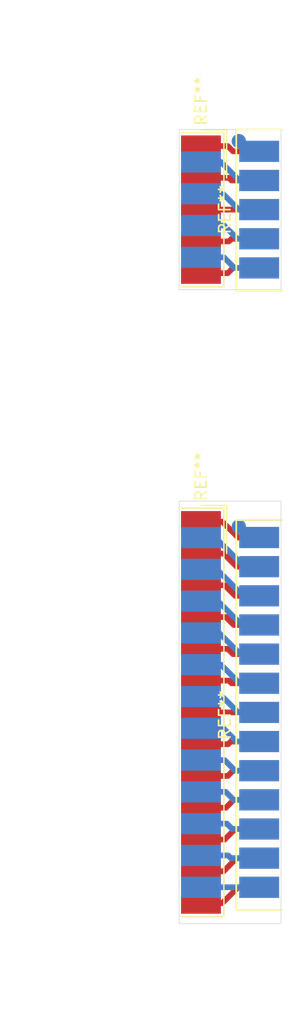
<source format=kicad_pcb>
(kicad_pcb (version 20211014) (generator pcbnew)
  (layers (0 "F.Cu" signal) (31 "B.Cu" signal) (34 "B.Paste" user) (35 "F.Paste" user) (36 "B.SilkS" user "B.Silkscreen") (37 "F.SilkS" user "F.Silkscreen") (38 "B.Mask" user) (39 "F.Mask" user) (44 "Edge.Cuts" user))
  (net 0 "")
  (footprint "Connector_Dsub:DSUB-9_Male_EdgeMount_P2.77mm" (layer "F.Cu") (at 128.905 92.71 -90)
    (fp_text reference "REF**" (at -9.463333 0 -90) (layer "F.SilkS"))
    (fp_text value "DSUB-9_Male_EdgeMount_P2.77mm")
    (fp_line (start -6.723333 -2) (end -6.723333 1.74) (layer "F.SilkS") (width 0.12))
    (fp_line (start 6.723333 -2) (end -6.723333 -2) (layer "F.SilkS") (width 0.12))
    (fp_line (start 6.723333 1.74) (end 6.723333 -2) (layer "F.SilkS") (width 0.12))
    (fp_line (start -6.963333 0) (end -6.963333 -2.24) (layer "F.SilkS") (width 0.12))
    (fp_line (start -6.963333 -2.24) (end -2.77 -2.24) (layer "F.SilkS") (width 0.12))
    (pad "1" smd rect (at -5.54 0 270) (size 1.846667 3.48) (layers "F.Cu" "F.Paste" "F.Mask"))
    (pad "2" smd rect (at -2.77 0 270) (size 1.846667 3.48) (layers "F.Cu" "F.Paste" "F.Mask"))
    (pad "3" smd rect (at 0 0 270) (size 1.846667 3.48) (layers "F.Cu" "F.Paste" "F.Mask"))
    (pad "4" smd rect (at 2.77 0 270) (size 1.846667 3.48) (layers "F.Cu" "F.Paste" "F.Mask"))
    (pad "5" smd rect (at 5.54 0 270) (size 1.846667 3.48) (layers "F.Cu" "F.Paste" "F.Mask"))
    (pad "6" smd rect (at -4.155 0 270) (size 1.846667 3.48) (layers "B.Cu" "B.Paste" "B.Mask"))
    (pad "7" smd rect (at -1.385 0 270) (size 1.846667 3.48) (layers "B.Cu" "B.Paste" "B.Mask"))
    (pad "8" smd rect (at 1.385 0 270) (size 1.846667 3.48) (layers "B.Cu" "B.Paste" "B.Mask"))
    (pad "9" smd rect (at 4.155 0 270) (size 1.846667 3.48) (layers "B.Cu" "B.Paste" "B.Mask"))
  )
  (footprint "Connector_Dsub:DSUB-25_Male_EdgeMount_P2.77mm" (layer "F.Cu") (at 128.905 136.525 -90)
    (fp_text reference "REF**" (at -20.543333 0 -90) (layer "F.SilkS"))
    (fp_text value "DSUB-25_Male_EdgeMount_P2.77mm")
    (fp_line (start 17.803333 1.74) (end 17.803333 -2) (layer "F.SilkS") (width 0.12))
    (fp_line (start -18.043333 -2.24) (end -13.85 -2.24) (layer "F.SilkS") (width 0.12))
    (fp_line (start 17.803333 -2) (end -17.803333 -2) (layer "F.SilkS") (width 0.12))
    (fp_line (start -17.803333 -2) (end -17.803333 1.74) (layer "F.SilkS") (width 0.12))
    (fp_line (start -18.043333 0) (end -18.043333 -2.24) (layer "F.SilkS") (width 0.12))
    (pad "1" smd rect (at -16.62 0 270) (size 1.846667 3.48) (layers "F.Cu" "F.Paste" "F.Mask"))
    (pad "2" smd rect (at -13.85 0 270) (size 1.846667 3.48) (layers "F.Cu" "F.Paste" "F.Mask"))
    (pad "3" smd rect (at -11.08 0 270) (size 1.846667 3.48) (layers "F.Cu" "F.Paste" "F.Mask"))
    (pad "4" smd rect (at -8.31 0 270) (size 1.846667 3.48) (layers "F.Cu" "F.Paste" "F.Mask"))
    (pad "5" smd rect (at -5.54 0 270) (size 1.846667 3.48) (layers "F.Cu" "F.Paste" "F.Mask"))
    (pad "6" smd rect (at -2.77 0 270) (size 1.846667 3.48) (layers "F.Cu" "F.Paste" "F.Mask"))
    (pad "7" smd rect (at 0 0 270) (size 1.846667 3.48) (layers "F.Cu" "F.Paste" "F.Mask"))
    (pad "8" smd rect (at 2.77 0 270) (size 1.846667 3.48) (layers "F.Cu" "F.Paste" "F.Mask"))
    (pad "9" smd rect (at 5.54 0 270) (size 1.846667 3.48) (layers "F.Cu" "F.Paste" "F.Mask"))
    (pad "10" smd rect (at 8.31 0 270) (size 1.846667 3.48) (layers "F.Cu" "F.Paste" "F.Mask"))
    (pad "11" smd rect (at 11.08 0 270) (size 1.846667 3.48) (layers "F.Cu" "F.Paste" "F.Mask"))
    (pad "12" smd rect (at 13.85 0 270) (size 1.846667 3.48) (layers "F.Cu" "F.Paste" "F.Mask"))
    (pad "13" smd rect (at 16.62 0 270) (size 1.846667 3.48) (layers "F.Cu" "F.Paste" "F.Mask"))
    (pad "14" smd rect (at -15.235 0 270) (size 1.846667 3.48) (layers "B.Cu" "B.Paste" "B.Mask"))
    (pad "15" smd rect (at -12.465 0 270) (size 1.846667 3.48) (layers "B.Cu" "B.Paste" "B.Mask"))
    (pad "16" smd rect (at -9.695 0 270) (size 1.846667 3.48) (layers "B.Cu" "B.Paste" "B.Mask"))
    (pad "17" smd rect (at -6.925 0 270) (size 1.846667 3.48) (layers "B.Cu" "B.Paste" "B.Mask"))
    (pad "18" smd rect (at -4.155 0 270) (size 1.846667 3.48) (layers "B.Cu" "B.Paste" "B.Mask"))
    (pad "19" smd rect (at -1.385 0 270) (size 1.846667 3.48) (layers "B.Cu" "B.Paste" "B.Mask"))
    (pad "20" smd rect (at 1.385 0 270) (size 1.846667 3.48) (layers "B.Cu" "B.Paste" "B.Mask"))
    (pad "21" smd rect (at 4.155 0 270) (size 1.846667 3.48) (layers "B.Cu" "B.Paste" "B.Mask"))
    (pad "22" smd rect (at 6.925 0 270) (size 1.846667 3.48) (layers "B.Cu" "B.Paste" "B.Mask"))
    (pad "23" smd rect (at 9.695 0 270) (size 1.846667 3.48) (layers "B.Cu" "B.Paste" "B.Mask"))
    (pad "24" smd rect (at 12.465 0 270) (size 1.846667 3.48) (layers "B.Cu" "B.Paste" "B.Mask"))
    (pad "25" smd rect (at 15.235 0 270) (size 1.846667 3.48) (layers "B.Cu" "B.Paste" "B.Mask"))
  )
  (footprint "Sassa:Pin_Header_2x13_Male_EdgeMount_Pitch2.54mm" (layer "F.Cu") (at 133.985 151.765 90)
    (fp_text reference "REF**" (at 15 -3 90) (layer "F.SilkS"))
    (fp_text value "Pin_Header_2x13_Male_EdgeMount_Pitch2.54mm")
    (fp_line (start 32 -2) (end 32 2) (layer "F.SilkS") (width 0.15))
    (fp_line (start -2 -2) (end 32 -2) (layer "F.SilkS") (width 0.15))
    (fp_line (start -2 2) (end -2 -2) (layer "F.SilkS") (width 0.15))
    (pad "1" smd rect locked (at 0 0 90) (size 1.846667 3.48) (layers "B.Cu" "B.Paste" "B.Mask"))
    (pad "2" smd rect locked (at 0 0 90) (size 1.846667 3.48) (layers "F.Cu" "F.Paste" "F.Mask"))
    (pad "3" smd rect locked (at 2.54 0 90) (size 1.846667 3.48) (layers "B.Cu" "B.Paste" "B.Mask"))
    (pad "4" smd rect locked (at 2.54 0 90) (size 1.846667 3.48) (layers "F.Cu" "F.Paste" "F.Mask"))
    (pad "5" smd rect locked (at 5.08 0 90) (size 1.846667 3.48) (layers "B.Cu" "B.Paste" "B.Mask"))
    (pad "6" smd rect locked (at 5.08 0 90) (size 1.846667 3.48) (layers "F.Cu" "F.Paste" "F.Mask"))
    (pad "7" smd rect locked (at 7.62 0 90) (size 1.846667 3.48) (layers "B.Cu" "B.Paste" "B.Mask"))
    (pad "8" smd rect locked (at 7.62 0 90) (size 1.846667 3.48) (layers "F.Cu" "F.Paste" "F.Mask"))
    (pad "9" smd rect locked (at 10.16 0 90) (size 1.846667 3.48) (layers "B.Cu" "B.Paste" "B.Mask"))
    (pad "10" smd rect locked (at 10.16 0 90) (size 1.846667 3.48) (layers "F.Cu" "F.Paste" "F.Mask"))
    (pad "11" smd rect locked (at 12.7 0 90) (size 1.846667 3.48) (layers "B.Cu" "B.Paste" "B.Mask"))
    (pad "12" smd rect locked (at 12.7 0 90) (size 1.846667 3.48) (layers "F.Cu" "F.Paste" "F.Mask"))
    (pad "13" smd rect locked (at 15.24 0 90) (size 1.846667 3.48) (layers "B.Cu" "B.Paste" "B.Mask"))
    (pad "14" smd rect locked (at 15.24 0 90) (size 1.846667 3.48) (layers "F.Cu" "F.Paste" "F.Mask"))
    (pad "15" smd rect locked (at 17.78 0 90) (size 1.846667 3.48) (layers "B.Cu" "B.Paste" "B.Mask"))
    (pad "16" smd rect locked (at 17.78 0 90) (size 1.846667 3.48) (layers "F.Cu" "F.Paste" "F.Mask"))
    (pad "17" smd rect locked (at 20.32 0 90) (size 1.846667 3.48) (layers "B.Cu" "B.Paste" "B.Mask"))
    (pad "18" smd rect locked (at 20.32 0 90) (size 1.846667 3.48) (layers "F.Cu" "F.Paste" "F.Mask"))
    (pad "19" smd rect locked (at 22.86 0 90) (size 1.846667 3.48) (layers "B.Cu" "B.Paste" "B.Mask"))
    (pad "20" smd rect locked (at 22.86 0 90) (size 1.846667 3.48) (layers "F.Cu" "F.Paste" "F.Mask"))
    (pad "21" smd rect locked (at 25.4 0 90) (size 1.846667 3.48) (layers "B.Cu" "B.Paste" "B.Mask"))
    (pad "22" smd rect locked (at 25.4 0 90) (size 1.846667 3.48) (layers "F.Cu" "F.Paste" "F.Mask"))
    (pad "23" smd rect locked (at 27.94 0 90) (size 1.846667 3.48) (layers "B.Cu" "B.Paste" "B.Mask"))
    (pad "24" smd rect locked (at 27.94 0 90) (size 1.846667 3.48) (layers "F.Cu" "F.Paste" "F.Mask"))
    (pad "25" smd rect locked (at 30.48 0 90) (size 1.846667 3.48) (layers "B.Cu" "B.Paste" "B.Mask"))
    (pad "26" smd rect locked (at 30.48 0 90) (size 1.846667 3.48) (layers "F.Cu" "F.Paste" "F.Mask"))
  )
  (footprint "Sassa:Pin_Header_2x5_Male_EdgeMount_Pitch2.54mm" (layer "F.Cu") (at 133.985 97.79 90)
    (fp_text reference "REF**" (at 5.08 -3 90) (layer "F.SilkS"))
    (fp_text value "Pin_Header_2x13_Male_EdgeMount_Pitch2.54mm")
    (fp_line (start -2 -2) (end 12.065 -2) (layer "F.SilkS") (width 0.15))
    (fp_line (start -2 2) (end -2 -2) (layer "F.SilkS") (width 0.15))
    (fp_line (start 12.065 -2) (end 12.065 2) (layer "F.SilkS") (width 0.15))
    (pad "1" smd rect locked (at 0 0 90) (size 1.846667 3.48) (layers "B.Cu" "B.Paste" "B.Mask"))
    (pad "2" smd rect locked (at 0 0 90) (size 1.846667 3.48) (layers "F.Cu" "F.Paste" "F.Mask"))
    (pad "3" smd rect locked (at 2.54 0 90) (size 1.846667 3.48) (layers "B.Cu" "B.Paste" "B.Mask"))
    (pad "4" smd rect locked (at 2.54 0 90) (size 1.846667 3.48) (layers "F.Cu" "F.Paste" "F.Mask"))
    (pad "5" smd rect locked (at 5.08 0 90) (size 1.846667 3.48) (layers "B.Cu" "B.Paste" "B.Mask"))
    (pad "6" smd rect locked (at 5.08 0 90) (size 1.846667 3.48) (layers "F.Cu" "F.Paste" "F.Mask"))
    (pad "7" smd rect locked (at 7.62 0 90) (size 1.846667 3.48) (layers "B.Cu" "B.Paste" "B.Mask"))
    (pad "8" smd rect locked (at 7.62 0 90) (size 1.846667 3.48) (layers "F.Cu" "F.Paste" "F.Mask"))
    (pad "9" smd rect locked (at 10.16 0 90) (size 1.846667 3.48) (layers "B.Cu" "B.Paste" "B.Mask"))
    (pad "10" smd rect locked (at 10.16 0 90) (size 1.846667 3.48) (layers "F.Cu" "F.Paste" "F.Mask"))
  )
  (footprint "Sassa:Measurement_Point_Round-SMD-Pad_VerySmall" (layer "B.Cu") (at 132.207 86.741)
    (fp_text reference "REF**" hide)
    (fp_text value "Measurement_Point_Round-SMD-Pad_VerySmall" hide)
    (pad "1" smd circle locked (at 0 0) (size 1.25 1.25) (layers "B.Cu" "B.Mask"))
  )
  (footprint "Sassa:Measurement_Point_Round-SMD-Pad_VerySmall" (layer "B.Cu") (at 132.207 120.3325)
    (fp_text reference "REF**" hide)
    (fp_text value "Measurement_Point_Round-SMD-Pad_VerySmall" hide)
    (pad "1" smd circle locked (at 0 0) (size 1.25 1.25) (layers "B.Cu" "B.Mask"))
  )
  (gr_line (start 127 99.695) (end 127 85.725) (layer "Edge.Cuts") (width 0.05))
  (gr_line (start 127 154.94) (end 127 118.11) (layer "Edge.Cuts") (width 0.05))
  (gr_line (start 135.89 118.11) (end 135.89 154.94) (layer "Edge.Cuts") (width 0.05))
  (gr_line (start 127 118.11) (end 135.89 118.11) (layer "Edge.Cuts") (width 0.05))
  (gr_line (start 135.89 154.94) (end 127 154.94) (layer "Edge.Cuts") (width 0.05))
  (gr_line (start 127 85.725) (end 135.89 85.725) (layer "Edge.Cuts") (width 0.05))
  (gr_line (start 135.89 85.725) (end 135.89 99.695) (layer "Edge.Cuts") (width 0.05))
  (gr_line (start 135.89 99.695) (end 127 99.695) (layer "Edge.Cuts") (width 0.05))
  (segment (start 131.342 95.48) (end 131.572 95.25) (width 0.5) (layer "F.Cu") (net 0))
  (segment (start 128.905 87.17) (end 131.239 87.17) (width 0.5) (layer "F.Cu") (net 0))
  (segment (start 130.9695 125.445) (end 131.8895 126.365) (width 0.5) (layer "F.Cu") (net 0))
  (segment (start 132.0165 123.825) (end 133.985 123.825) (width 0.5) (layer "F.Cu") (net 0))
  (segment (start 131.239 87.17) (end 131.699 87.63) (width 0.5) (layer "F.Cu") (net 0))
  (segment (start 131.342 133.755) (end 131.572 133.985) (width 0.5) (layer "F.Cu") (net 0))
  (segment (start 128.905 142.065) (end 131.239 142.065) (width 0.5) (layer "F.Cu") (net 0))
  (segment (start 131.7625 128.905) (end 133.985 128.905) (width 0.5) (layer "F.Cu") (net 0))
  (segment (start 128.905 136.525) (end 131.145 136.525) (width 0.5) (layer "F.Cu") (net 0))
  (segment (start 128.905 89.94) (end 131.342 89.94) (width 0.5) (layer "F.Cu") (net 0))
  (segment (start 128.905 144.835) (end 131.0725 144.835) (width 0.5) (layer "F.Cu") (net 0))
  (segment (start 132.1435 151.765) (end 133.985 151.765) (width 0.5) (layer "F.Cu") (net 0))
  (segment (start 128.905 92.71) (end 131.145 92.71) (width 0.5) (layer "F.Cu") (net 0))
  (segment (start 128.905 130.985) (end 131.239 130.985) (width 0.5) (layer "F.Cu") (net 0))
  (segment (start 128.905 125.445) (end 130.9695 125.445) (width 0.5) (layer "F.Cu") (net 0))
  (segment (start 130.7635 119.905) (end 132.1435 121.285) (width 0.5) (layer "F.Cu") (net 0))
  (segment (start 131.0725 128.215) (end 131.7625 128.905) (width 0.5) (layer "F.Cu") (net 0))
  (segment (start 132.0165 149.225) (end 133.985 149.225) (width 0.5) (layer "F.Cu") (net 0))
  (segment (start 128.905 122.675) (end 130.8665 122.675) (width 0.5) (layer "F.Cu") (net 0))
  (segment (start 128.905 139.295) (end 131.2785 139.295) (width 0.5) (layer "F.Cu") (net 0))
  (segment (start 131.699 97.79) (end 133.985 97.79) (width 0.5) (layer "F.Cu") (net 0))
  (segment (start 131.699 87.63) (end 133.985 87.63) (width 0.5) (layer "F.Cu") (net 0))
  (segment (start 131.2785 139.295) (end 131.5085 139.065) (width 0.5) (layer "F.Cu") (net 0))
  (segment (start 128.905 153.145) (end 130.7635 153.145) (width 0.5) (layer "F.Cu") (net 0))
  (segment (start 128.905 128.215) (end 131.0725 128.215) (width 0.5) (layer "F.Cu") (net 0))
  (segment (start 131.572 95.25) (end 133.985 95.25) (width 0.5) (layer "F.Cu") (net 0))
  (segment (start 131.239 98.25) (end 131.699 97.79) (width 0.5) (layer "F.Cu") (net 0))
  (segment (start 128.905 119.905) (end 130.7635 119.905) (width 0.5) (layer "F.Cu") (net 0))
  (segment (start 131.8895 126.365) (end 133.985 126.365) (width 0.5) (layer "F.Cu") (net 0))
  (segment (start 131.239 142.065) (end 131.699 141.605) (width 0.5) (layer "F.Cu") (net 0))
  (segment (start 131.145 136.525) (end 133.985 136.525) (width 0.5) (layer "F.Cu") (net 0))
  (segment (start 131.342 89.94) (end 131.572 90.17) (width 0.5) (layer "F.Cu") (net 0))
  (segment (start 131.699 131.445) (end 133.985 131.445) (width 0.5) (layer "F.Cu") (net 0))
  (segment (start 131.572 90.17) (end 133.985 90.17) (width 0.5) (layer "F.Cu") (net 0))
  (segment (start 131.7625 144.145) (end 133.985 144.145) (width 0.5) (layer "F.Cu") (net 0))
  (segment (start 131.239 130.985) (end 131.699 131.445) (width 0.5) (layer "F.Cu") (net 0))
  (segment (start 128.905 95.48) (end 131.342 95.48) (width 0.5) (layer "F.Cu") (net 0))
  (segment (start 131.145 92.71) (end 133.985 92.71) (width 0.5) (layer "F.Cu") (net 0))
  (segment (start 130.8665 122.675) (end 132.0165 123.825) (width 0.5) (layer "F.Cu") (net 0))
  (segment (start 131.699 141.605) (end 133.985 141.605) (width 0.5) (layer "F.Cu") (net 0))
  (segment (start 130.8665 150.375) (end 132.0165 149.225) (width 0.5) (layer "F.Cu") (net 0))
  (segment (start 128.905 98.25) (end 131.239 98.25) (width 0.5) (layer "F.Cu") (net 0))
  (segment (start 128.905 150.375) (end 130.8665 150.375) (width 0.5) (layer "F.Cu") (net 0))
  (segment (start 130.9695 147.605) (end 131.8895 146.685) (width 0.5) (layer "F.Cu") (net 0))
  (segment (start 131.0725 144.835) (end 131.7625 144.145) (width 0.5) (layer "F.Cu") (net 0))
  (segment (start 128.905 133.755) (end 131.342 133.755) (width 0.5) (layer "F.Cu") (net 0))
  (segment (start 131.5085 139.065) (end 133.985 139.065) (width 0.5) (layer "F.Cu") (net 0))
  (segment (start 132.1435 121.285) (end 133.985 121.285) (width 0.5) (layer "F.Cu") (net 0))
  (segment (start 131.8895 146.685) (end 133.985 146.685) (width 0.5) (layer "F.Cu") (net 0))
  (segment (start 130.7635 153.145) (end 132.1435 151.765) (width 0.5) (layer "F.Cu") (net 0))
  (segment (start 131.572 133.985) (end 133.985 133.985) (width 0.5) (layer "F.Cu") (net 0))
  (segment (start 128.905 147.605) (end 130.9695 147.605) (width 0.5) (layer "F.Cu") (net 0))
  (segment (start 128.905 121.29) (end 130.152667 121.29) (width 0.5) (layer "B.Cu") (net 0))
  (segment (start 128.905 137.91) (end 130.8615 137.91) (width 0.5) (layer "B.Cu") (net 0))
  (segment (start 130.152667 121.29) (end 132.687667 123.825) (width 0.5) (layer "B.Cu") (net 0))
  (segment (start 128.905 132.37) (end 130.6555 132.37) (width 0.5) (layer "B.Cu") (net 0))
  (segment (start 130.901 96.865) (end 128.905 96.865) (width 0.5) (layer "B.Cu") (net 0))
  (segment (start 128.905 140.68) (end 130.9645 140.68) (width 0.5) (layer "B.Cu") (net 0))
  (segment (start 131.0675 143.45) (end 131.7625 144.145) (width 0.5) (layer "B.Cu") (net 0))
  (segment (start 131.1705 146.22) (end 131.6355 146.685) (width 0.5) (layer "B.Cu") (net 0))
  (segment (start 128.905 94.095) (end 130.925 94.095) (width 0.5) (layer "B.Cu") (net 0))
  (segment (start 128.905 124.06) (end 130.287417 124.06) (width 0.5) (layer "B.Cu") (net 0))
  (segment (start 128.905 151.76) (end 133.98 151.76) (width 0.5) (layer "B.Cu") (net 0))
  (segment (start 128.905 88.555) (end 130.635 88.555) (width 0.5) (layer "B.Cu") (net 0))
  (segment (start 128.905 91.325) (end 130.822 91.325) (width 0.5) (layer "B.Cu") (net 0))
  (segment (start 132.1435 136.525) (end 133.985 136.525) (width 0.5) (layer "B.Cu") (net 0))
  (segment (start 128.905 146.22) (end 131.1705 146.22) (width 0.5) (layer "B.Cu") (net 0))
  (segment (start 131.7625 144.145) (end 133.985 144.145) (width 0.5) (layer "B.Cu") (net 0))
  (segment (start 130.8615 137.91) (end 132.0165 139.065) (width 0.5) (layer "B.Cu") (net 0))
  (segment (start 130.489 129.6) (end 132.334 131.445) (width 0.5) (layer "B.Cu") (net 0))
  (segment (start 130.822 91.325) (end 132.207 92.71) (width 0.5) (layer "B.Cu") (net 0))
  (segment (start 132.334 131.445) (end 133.985 131.445) (width 0.5) (layer "B.Cu") (net 0))
  (segment (start 133.35 90.17) (end 133.985 90.17) (width 0.5) (layer "B.Cu") (net 0))
  (segment (start 130.7585 135.14) (end 132.1435 136.525) (width 0.5) (layer "B.Cu") (net 0))
  (segment (start 131.5085 149.225) (end 133.985 149.225) (width 0.5) (layer "B.Cu") (net 0))
  (segment (start 130.925 94.095) (end 132.08 95.25) (width 0.5) (layer "B.Cu") (net 0))
  (segment (start 128.905 129.6) (end 130.489 129.6) (width 0.5) (layer "B.Cu") (net 0))
  (segment (start 132.207 92.71) (end 133.985 92.71) (width 0.5) (layer "B.Cu") (net 0))
  (segment (start 133.985 97.79) (end 131.826 97.79) (width 0.5) (layer "B.Cu") (net 0))
  (segment (start 130.9645 140.68) (end 131.8895 141.605) (width 0.5) (layer "B.Cu") (net 0))
  (segment (start 133.98 151.76) (end 133.985 151.765) (width 0.5) (layer "B.Cu") (net 0))
  (segment (start 131.6355 146.685) (end 133.985 146.685) (width 0.5) (layer "B.Cu") (net 0))
  (segment (start 132.687667 123.825) (end 133.985 123.825) (width 0.5) (layer "B.Cu") (net 0))
  (segment (start 132.592417 126.365) (end 133.985 126.365) (width 0.5) (layer "B.Cu") (net 0))
  (segment (start 130.635 88.555) (end 132.25 90.17) (width 0.5) (layer "B.Cu") (net 0))
  (segment (start 131.826 97.79) (end 130.901 96.865) (width 0.5) (layer "B.Cu") (net 0))
  (segment (start 132.0165 139.065) (end 133.985 139.065) (width 0.5) (layer "B.Cu") (net 0))
  (segment (start 128.905 126.83) (end 130.386 126.83) (width 0.5) (layer "B.Cu") (net 0))
  (segment (start 131.8895 141.605) (end 133.985 141.605) (width 0.5) (layer "B.Cu") (net 0))
  (segment (start 132.2705 133.985) (end 133.985 133.985) (width 0.5) (layer "B.Cu") (net 0))
  (segment (start 132.461 128.905) (end 133.985 128.905) (width 0.5) (layer "B.Cu") (net 0))
  (segment (start 132.08 95.25) (end 133.985 95.25) (width 0.5) (layer "B.Cu") (net 0))
  (segment (start 130.386 126.83) (end 132.461 128.905) (width 0.5) (layer "B.Cu") (net 0))
  (segment (start 131.2735 148.99) (end 131.5085 149.225) (width 0.5) (layer "B.Cu") (net 0))
  (segment (start 128.905 143.45) (end 131.0675 143.45) (width 0.5) (layer "B.Cu") (net 0))
  (segment (start 130.6555 132.37) (end 132.2705 133.985) (width 0.5) (layer "B.Cu") (net 0))
  (segment (start 132.25 90.17) (end 133.35 90.17) (width 0.5) (layer "B.Cu") (net 0))
  (segment (start 130.287417 124.06) (end 132.592417 126.365) (width 0.5) (layer "B.Cu") (net 0))
  (segment (start 128.905 148.99) (end 131.2735 148.99) (width 0.5) (layer "B.Cu") (net 0))
  (segment (start 128.905 135.14) (end 130.7585 135.14) (width 0.5) (layer "B.Cu") (net 0))
)
</source>
